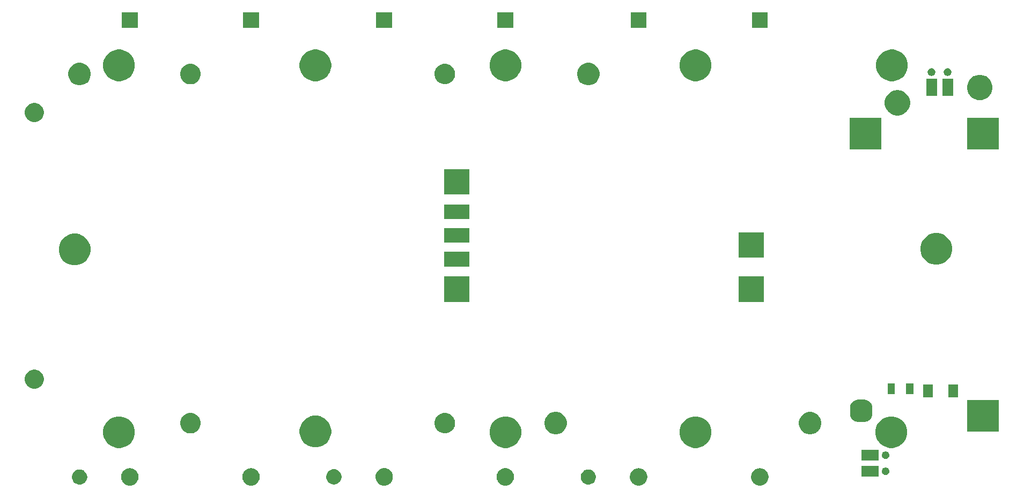
<source format=gbs>
G04 #@! TF.GenerationSoftware,KiCad,Pcbnew,(5.0.2)-1*
G04 #@! TF.CreationDate,2019-05-03T13:20:24-04:00*
G04 #@! TF.ProjectId,2p3s-pwr-pack,32703373-2d70-4777-922d-7061636b2e6b,V1*
G04 #@! TF.SameCoordinates,Original*
G04 #@! TF.FileFunction,Soldermask,Bot*
G04 #@! TF.FilePolarity,Negative*
%FSLAX46Y46*%
G04 Gerber Fmt 4.6, Leading zero omitted, Abs format (unit mm)*
G04 Created by KiCad (PCBNEW (5.0.2)-1) date 5/3/2019 1:20:24 PM*
%MOMM*%
%LPD*%
G01*
G04 APERTURE LIST*
%ADD10C,0.150000*%
G04 APERTURE END LIST*
D10*
G36*
X168063976Y-138327615D02*
X168241076Y-138362842D01*
X168491306Y-138466490D01*
X168716514Y-138616970D01*
X168908032Y-138808488D01*
X169058512Y-139033696D01*
X169162160Y-139283926D01*
X169179281Y-139370000D01*
X169211182Y-139530374D01*
X169215001Y-139549576D01*
X169215001Y-139820426D01*
X169162160Y-140086076D01*
X169058512Y-140336306D01*
X168908032Y-140561514D01*
X168716514Y-140753032D01*
X168491306Y-140903512D01*
X168241076Y-141007160D01*
X168071956Y-141040800D01*
X167975427Y-141060001D01*
X167704575Y-141060001D01*
X167608046Y-141040800D01*
X167438926Y-141007160D01*
X167188696Y-140903512D01*
X166963488Y-140753032D01*
X166771970Y-140561514D01*
X166621490Y-140336306D01*
X166517842Y-140086076D01*
X166465001Y-139820426D01*
X166465001Y-139549576D01*
X166468821Y-139530374D01*
X166500721Y-139370000D01*
X166517842Y-139283926D01*
X166621490Y-139033696D01*
X166771970Y-138808488D01*
X166963488Y-138616970D01*
X167188696Y-138466490D01*
X167438926Y-138362842D01*
X167616026Y-138327615D01*
X167704575Y-138310001D01*
X167975427Y-138310001D01*
X168063976Y-138327615D01*
X168063976Y-138327615D01*
G37*
G36*
X148933976Y-138327615D02*
X149111076Y-138362842D01*
X149361306Y-138466490D01*
X149586514Y-138616970D01*
X149778032Y-138808488D01*
X149928512Y-139033696D01*
X150032160Y-139283926D01*
X150049281Y-139370000D01*
X150081182Y-139530374D01*
X150085001Y-139549576D01*
X150085001Y-139820426D01*
X150032160Y-140086076D01*
X149928512Y-140336306D01*
X149778032Y-140561514D01*
X149586514Y-140753032D01*
X149361306Y-140903512D01*
X149111076Y-141007160D01*
X148941956Y-141040800D01*
X148845427Y-141060001D01*
X148574575Y-141060001D01*
X148478046Y-141040800D01*
X148308926Y-141007160D01*
X148058696Y-140903512D01*
X147833488Y-140753032D01*
X147641970Y-140561514D01*
X147491490Y-140336306D01*
X147387842Y-140086076D01*
X147335001Y-139820426D01*
X147335001Y-139549576D01*
X147338821Y-139530374D01*
X147370721Y-139370000D01*
X147387842Y-139283926D01*
X147491490Y-139033696D01*
X147641970Y-138808488D01*
X147833488Y-138616970D01*
X148058696Y-138466490D01*
X148308926Y-138362842D01*
X148486026Y-138327615D01*
X148574575Y-138310001D01*
X148845427Y-138310001D01*
X148933976Y-138327615D01*
X148933976Y-138327615D01*
G37*
G36*
X87763976Y-138327615D02*
X87941076Y-138362842D01*
X88191306Y-138466490D01*
X88416514Y-138616970D01*
X88608032Y-138808488D01*
X88758512Y-139033696D01*
X88862160Y-139283926D01*
X88879281Y-139370000D01*
X88911182Y-139530374D01*
X88915001Y-139549576D01*
X88915001Y-139820426D01*
X88862160Y-140086076D01*
X88758512Y-140336306D01*
X88608032Y-140561514D01*
X88416514Y-140753032D01*
X88191306Y-140903512D01*
X87941076Y-141007160D01*
X87771956Y-141040800D01*
X87675427Y-141060001D01*
X87404575Y-141060001D01*
X87308046Y-141040800D01*
X87138926Y-141007160D01*
X86888696Y-140903512D01*
X86663488Y-140753032D01*
X86471970Y-140561514D01*
X86321490Y-140336306D01*
X86217842Y-140086076D01*
X86165001Y-139820426D01*
X86165001Y-139549576D01*
X86168821Y-139530374D01*
X86200721Y-139370000D01*
X86217842Y-139283926D01*
X86321490Y-139033696D01*
X86471970Y-138808488D01*
X86663488Y-138616970D01*
X86888696Y-138466490D01*
X87138926Y-138362842D01*
X87316026Y-138327615D01*
X87404575Y-138310001D01*
X87675427Y-138310001D01*
X87763976Y-138327615D01*
X87763976Y-138327615D01*
G37*
G36*
X68633976Y-138327615D02*
X68811076Y-138362842D01*
X69061306Y-138466490D01*
X69286514Y-138616970D01*
X69478032Y-138808488D01*
X69628512Y-139033696D01*
X69732160Y-139283926D01*
X69749281Y-139370000D01*
X69781182Y-139530374D01*
X69785001Y-139549576D01*
X69785001Y-139820426D01*
X69732160Y-140086076D01*
X69628512Y-140336306D01*
X69478032Y-140561514D01*
X69286514Y-140753032D01*
X69061306Y-140903512D01*
X68811076Y-141007160D01*
X68641956Y-141040800D01*
X68545427Y-141060001D01*
X68274575Y-141060001D01*
X68178046Y-141040800D01*
X68008926Y-141007160D01*
X67758696Y-140903512D01*
X67533488Y-140753032D01*
X67341970Y-140561514D01*
X67191490Y-140336306D01*
X67087842Y-140086076D01*
X67035001Y-139820426D01*
X67035001Y-139549576D01*
X67038821Y-139530374D01*
X67070721Y-139370000D01*
X67087842Y-139283926D01*
X67191490Y-139033696D01*
X67341970Y-138808488D01*
X67533488Y-138616970D01*
X67758696Y-138466490D01*
X68008926Y-138362842D01*
X68186026Y-138327615D01*
X68274575Y-138310001D01*
X68545427Y-138310001D01*
X68633976Y-138327615D01*
X68633976Y-138327615D01*
G37*
G36*
X127883135Y-138303950D02*
X128082675Y-138343641D01*
X128332905Y-138447289D01*
X128558113Y-138597769D01*
X128749631Y-138789287D01*
X128900111Y-139014495D01*
X129003759Y-139264725D01*
X129013913Y-139315773D01*
X129056600Y-139530374D01*
X129056600Y-139801226D01*
X129038986Y-139889775D01*
X129003759Y-140066875D01*
X128900111Y-140317105D01*
X128749631Y-140542313D01*
X128558113Y-140733831D01*
X128332905Y-140884311D01*
X128082675Y-140987959D01*
X127905575Y-141023186D01*
X127817026Y-141040800D01*
X127546174Y-141040800D01*
X127457625Y-141023186D01*
X127280525Y-140987959D01*
X127030295Y-140884311D01*
X126805087Y-140733831D01*
X126613569Y-140542313D01*
X126463089Y-140317105D01*
X126359441Y-140066875D01*
X126324214Y-139889775D01*
X126306600Y-139801226D01*
X126306600Y-139530374D01*
X126349287Y-139315773D01*
X126359441Y-139264725D01*
X126463089Y-139014495D01*
X126613569Y-138789287D01*
X126805087Y-138597769D01*
X127030295Y-138447289D01*
X127280525Y-138343641D01*
X127480065Y-138303950D01*
X127546174Y-138290800D01*
X127817026Y-138290800D01*
X127883135Y-138303950D01*
X127883135Y-138303950D01*
G37*
G36*
X108753135Y-138303950D02*
X108952675Y-138343641D01*
X109202905Y-138447289D01*
X109428113Y-138597769D01*
X109619631Y-138789287D01*
X109770111Y-139014495D01*
X109873759Y-139264725D01*
X109883913Y-139315773D01*
X109926600Y-139530374D01*
X109926600Y-139801226D01*
X109908986Y-139889775D01*
X109873759Y-140066875D01*
X109770111Y-140317105D01*
X109619631Y-140542313D01*
X109428113Y-140733831D01*
X109202905Y-140884311D01*
X108952675Y-140987959D01*
X108775575Y-141023186D01*
X108687026Y-141040800D01*
X108416174Y-141040800D01*
X108327625Y-141023186D01*
X108150525Y-140987959D01*
X107900295Y-140884311D01*
X107675087Y-140733831D01*
X107483569Y-140542313D01*
X107333089Y-140317105D01*
X107229441Y-140066875D01*
X107194214Y-139889775D01*
X107176600Y-139801226D01*
X107176600Y-139530374D01*
X107219287Y-139315773D01*
X107229441Y-139264725D01*
X107333089Y-139014495D01*
X107483569Y-138789287D01*
X107675087Y-138597769D01*
X107900295Y-138447289D01*
X108150525Y-138343641D01*
X108350065Y-138303950D01*
X108416174Y-138290800D01*
X108687026Y-138290800D01*
X108753135Y-138303950D01*
X108753135Y-138303950D01*
G37*
G36*
X60670470Y-138500373D02*
X60825030Y-138531117D01*
X61043412Y-138621573D01*
X61174442Y-138709125D01*
X61211220Y-138733699D01*
X61239957Y-138752901D01*
X61407101Y-138920045D01*
X61538429Y-139116590D01*
X61628885Y-139334972D01*
X61659629Y-139489532D01*
X61671182Y-139547610D01*
X61675001Y-139566812D01*
X61675001Y-139803190D01*
X61628885Y-140035030D01*
X61538429Y-140253412D01*
X61483039Y-140336308D01*
X61419932Y-140430755D01*
X61407101Y-140449957D01*
X61239957Y-140617101D01*
X61043412Y-140748429D01*
X60825030Y-140838885D01*
X60670470Y-140869629D01*
X60593191Y-140885001D01*
X60356811Y-140885001D01*
X60279532Y-140869629D01*
X60124972Y-140838885D01*
X59906590Y-140748429D01*
X59710045Y-140617101D01*
X59542901Y-140449957D01*
X59530071Y-140430755D01*
X59466963Y-140336308D01*
X59411573Y-140253412D01*
X59321117Y-140035030D01*
X59275001Y-139803190D01*
X59275001Y-139566812D01*
X59278821Y-139547610D01*
X59290373Y-139489532D01*
X59321117Y-139334972D01*
X59411573Y-139116590D01*
X59542901Y-138920045D01*
X59710045Y-138752901D01*
X59738783Y-138733699D01*
X59775560Y-138709125D01*
X59906590Y-138621573D01*
X60124972Y-138531117D01*
X60279532Y-138500373D01*
X60356811Y-138485001D01*
X60593191Y-138485001D01*
X60670470Y-138500373D01*
X60670470Y-138500373D01*
G37*
G36*
X140970470Y-138500373D02*
X141125030Y-138531117D01*
X141343412Y-138621573D01*
X141474442Y-138709125D01*
X141511220Y-138733699D01*
X141539957Y-138752901D01*
X141707101Y-138920045D01*
X141838429Y-139116590D01*
X141928885Y-139334972D01*
X141959629Y-139489532D01*
X141971182Y-139547610D01*
X141975001Y-139566812D01*
X141975001Y-139803190D01*
X141928885Y-140035030D01*
X141838429Y-140253412D01*
X141783039Y-140336308D01*
X141719932Y-140430755D01*
X141707101Y-140449957D01*
X141539957Y-140617101D01*
X141343412Y-140748429D01*
X141125030Y-140838885D01*
X140970470Y-140869629D01*
X140893191Y-140885001D01*
X140656811Y-140885001D01*
X140579532Y-140869629D01*
X140424972Y-140838885D01*
X140206590Y-140748429D01*
X140010045Y-140617101D01*
X139842901Y-140449957D01*
X139830071Y-140430755D01*
X139766963Y-140336308D01*
X139711573Y-140253412D01*
X139621117Y-140035030D01*
X139575001Y-139803190D01*
X139575001Y-139566812D01*
X139578821Y-139547610D01*
X139590373Y-139489532D01*
X139621117Y-139334972D01*
X139711573Y-139116590D01*
X139842901Y-138920045D01*
X140010045Y-138752901D01*
X140038783Y-138733699D01*
X140075560Y-138709125D01*
X140206590Y-138621573D01*
X140424972Y-138531117D01*
X140579532Y-138500373D01*
X140656811Y-138485001D01*
X140893191Y-138485001D01*
X140970470Y-138500373D01*
X140970470Y-138500373D01*
G37*
G36*
X100812069Y-138481172D02*
X100966629Y-138511916D01*
X101185011Y-138602372D01*
X101316041Y-138689924D01*
X101381555Y-138733699D01*
X101548701Y-138900845D01*
X101578214Y-138945014D01*
X101680028Y-139097389D01*
X101770484Y-139315771D01*
X101776684Y-139346942D01*
X101816600Y-139547610D01*
X101816600Y-139783990D01*
X101809352Y-139820426D01*
X101770484Y-140015829D01*
X101680028Y-140234211D01*
X101592476Y-140365241D01*
X101548701Y-140430755D01*
X101381555Y-140597901D01*
X101316041Y-140641676D01*
X101185011Y-140729228D01*
X100966629Y-140819684D01*
X100870099Y-140838885D01*
X100734790Y-140865800D01*
X100498410Y-140865800D01*
X100363101Y-140838885D01*
X100266571Y-140819684D01*
X100048189Y-140729228D01*
X99917159Y-140641676D01*
X99851645Y-140597901D01*
X99684499Y-140430755D01*
X99640724Y-140365241D01*
X99553172Y-140234211D01*
X99462716Y-140015829D01*
X99423848Y-139820426D01*
X99416600Y-139783990D01*
X99416600Y-139547610D01*
X99456516Y-139346942D01*
X99462716Y-139315771D01*
X99553172Y-139097389D01*
X99654986Y-138945014D01*
X99684499Y-138900845D01*
X99851645Y-138733699D01*
X99917159Y-138689924D01*
X100048189Y-138602372D01*
X100266571Y-138511916D01*
X100421131Y-138481172D01*
X100498410Y-138465800D01*
X100734790Y-138465800D01*
X100812069Y-138481172D01*
X100812069Y-138481172D01*
G37*
G36*
X186600000Y-139620000D02*
X183900000Y-139620000D01*
X183900000Y-137920000D01*
X186600000Y-137920000D01*
X186600000Y-139620000D01*
X186600000Y-139620000D01*
G37*
G36*
X187875015Y-138193058D02*
X187984204Y-138238285D01*
X187984207Y-138238287D01*
X188082478Y-138303950D01*
X188166050Y-138387522D01*
X188218354Y-138465800D01*
X188231715Y-138485796D01*
X188276942Y-138594985D01*
X188300000Y-138710906D01*
X188300000Y-138829094D01*
X188276942Y-138945015D01*
X188231715Y-139054204D01*
X188231713Y-139054207D01*
X188202860Y-139097389D01*
X188166049Y-139152479D01*
X188082479Y-139236049D01*
X187984204Y-139301715D01*
X187875015Y-139346942D01*
X187759095Y-139370000D01*
X187640905Y-139370000D01*
X187524985Y-139346942D01*
X187415796Y-139301715D01*
X187317521Y-139236049D01*
X187233951Y-139152479D01*
X187197141Y-139097389D01*
X187168287Y-139054207D01*
X187168285Y-139054204D01*
X187123058Y-138945015D01*
X187100000Y-138829094D01*
X187100000Y-138710906D01*
X187123058Y-138594985D01*
X187168285Y-138485796D01*
X187181646Y-138465800D01*
X187233950Y-138387522D01*
X187317522Y-138303950D01*
X187415793Y-138238287D01*
X187415796Y-138238285D01*
X187524985Y-138193058D01*
X187640905Y-138170000D01*
X187759095Y-138170000D01*
X187875015Y-138193058D01*
X187875015Y-138193058D01*
G37*
G36*
X186600000Y-137080000D02*
X183900000Y-137080000D01*
X183900000Y-135380000D01*
X186600000Y-135380000D01*
X186600000Y-137080000D01*
X186600000Y-137080000D01*
G37*
G36*
X187875015Y-135653058D02*
X187984204Y-135698285D01*
X188082479Y-135763951D01*
X188166049Y-135847521D01*
X188231715Y-135945796D01*
X188276942Y-136054985D01*
X188300000Y-136170906D01*
X188300000Y-136289094D01*
X188276942Y-136405015D01*
X188231715Y-136514204D01*
X188166049Y-136612479D01*
X188082479Y-136696049D01*
X187984204Y-136761715D01*
X187875015Y-136806942D01*
X187817054Y-136818471D01*
X187759095Y-136830000D01*
X187640905Y-136830000D01*
X187582946Y-136818471D01*
X187524985Y-136806942D01*
X187415796Y-136761715D01*
X187317521Y-136696049D01*
X187233951Y-136612479D01*
X187168285Y-136514204D01*
X187123058Y-136405015D01*
X187100000Y-136289094D01*
X187100000Y-136170906D01*
X187123058Y-136054985D01*
X187168285Y-135945796D01*
X187233951Y-135847521D01*
X187317521Y-135763951D01*
X187415796Y-135698285D01*
X187524985Y-135653058D01*
X187640905Y-135630000D01*
X187759095Y-135630000D01*
X187875015Y-135653058D01*
X187875015Y-135653058D01*
G37*
G36*
X128429225Y-130196074D02*
X128884192Y-130384528D01*
X128884194Y-130384529D01*
X129021298Y-130476139D01*
X129293658Y-130658124D01*
X129641876Y-131006342D01*
X129915472Y-131415808D01*
X130103926Y-131870775D01*
X130200000Y-132353772D01*
X130200000Y-132846228D01*
X130103926Y-133329225D01*
X129915472Y-133784192D01*
X129641876Y-134193658D01*
X129293658Y-134541876D01*
X129033854Y-134715471D01*
X128884194Y-134815471D01*
X128884193Y-134815472D01*
X128884192Y-134815472D01*
X128429225Y-135003926D01*
X127946228Y-135100000D01*
X127453772Y-135100000D01*
X126970775Y-135003926D01*
X126515808Y-134815472D01*
X126515807Y-134815472D01*
X126515806Y-134815471D01*
X126366146Y-134715471D01*
X126106342Y-134541876D01*
X125758124Y-134193658D01*
X125484528Y-133784192D01*
X125296074Y-133329225D01*
X125200000Y-132846228D01*
X125200000Y-132353772D01*
X125296074Y-131870775D01*
X125484528Y-131415808D01*
X125758124Y-131006342D01*
X126106342Y-130658124D01*
X126378702Y-130476139D01*
X126515806Y-130384529D01*
X126515808Y-130384528D01*
X126970775Y-130196074D01*
X127453772Y-130100000D01*
X127946228Y-130100000D01*
X128429225Y-130196074D01*
X128429225Y-130196074D01*
G37*
G36*
X67429225Y-130196074D02*
X67884192Y-130384528D01*
X67884194Y-130384529D01*
X68021298Y-130476139D01*
X68293658Y-130658124D01*
X68641876Y-131006342D01*
X68915472Y-131415808D01*
X69103926Y-131870775D01*
X69200000Y-132353772D01*
X69200000Y-132846228D01*
X69103926Y-133329225D01*
X68915472Y-133784192D01*
X68641876Y-134193658D01*
X68293658Y-134541876D01*
X68033854Y-134715471D01*
X67884194Y-134815471D01*
X67884193Y-134815472D01*
X67884192Y-134815472D01*
X67429225Y-135003926D01*
X66946228Y-135100000D01*
X66453772Y-135100000D01*
X65970775Y-135003926D01*
X65515808Y-134815472D01*
X65515807Y-134815472D01*
X65515806Y-134815471D01*
X65366146Y-134715471D01*
X65106342Y-134541876D01*
X64758124Y-134193658D01*
X64484528Y-133784192D01*
X64296074Y-133329225D01*
X64200000Y-132846228D01*
X64200000Y-132353772D01*
X64296074Y-131870775D01*
X64484528Y-131415808D01*
X64758124Y-131006342D01*
X65106342Y-130658124D01*
X65378702Y-130476139D01*
X65515806Y-130384529D01*
X65515808Y-130384528D01*
X65970775Y-130196074D01*
X66453772Y-130100000D01*
X66946228Y-130100000D01*
X67429225Y-130196074D01*
X67429225Y-130196074D01*
G37*
G36*
X158429225Y-130196074D02*
X158884192Y-130384528D01*
X158884194Y-130384529D01*
X159021298Y-130476139D01*
X159293658Y-130658124D01*
X159641876Y-131006342D01*
X159915472Y-131415808D01*
X160103926Y-131870775D01*
X160200000Y-132353772D01*
X160200000Y-132846228D01*
X160103926Y-133329225D01*
X159915472Y-133784192D01*
X159641876Y-134193658D01*
X159293658Y-134541876D01*
X159033854Y-134715471D01*
X158884194Y-134815471D01*
X158884193Y-134815472D01*
X158884192Y-134815472D01*
X158429225Y-135003926D01*
X157946228Y-135100000D01*
X157453772Y-135100000D01*
X156970775Y-135003926D01*
X156515808Y-134815472D01*
X156515807Y-134815472D01*
X156515806Y-134815471D01*
X156366146Y-134715471D01*
X156106342Y-134541876D01*
X155758124Y-134193658D01*
X155484528Y-133784192D01*
X155296074Y-133329225D01*
X155200000Y-132846228D01*
X155200000Y-132353772D01*
X155296074Y-131870775D01*
X155484528Y-131415808D01*
X155758124Y-131006342D01*
X156106342Y-130658124D01*
X156378702Y-130476139D01*
X156515806Y-130384529D01*
X156515808Y-130384528D01*
X156970775Y-130196074D01*
X157453772Y-130100000D01*
X157946228Y-130100000D01*
X158429225Y-130196074D01*
X158429225Y-130196074D01*
G37*
G36*
X189329225Y-130196074D02*
X189784192Y-130384528D01*
X189784194Y-130384529D01*
X189921298Y-130476139D01*
X190193658Y-130658124D01*
X190541876Y-131006342D01*
X190815472Y-131415808D01*
X191003926Y-131870775D01*
X191100000Y-132353772D01*
X191100000Y-132846228D01*
X191003926Y-133329225D01*
X190815472Y-133784192D01*
X190541876Y-134193658D01*
X190193658Y-134541876D01*
X189933854Y-134715471D01*
X189784194Y-134815471D01*
X189784193Y-134815472D01*
X189784192Y-134815472D01*
X189329225Y-135003926D01*
X188846228Y-135100000D01*
X188353772Y-135100000D01*
X187870775Y-135003926D01*
X187415808Y-134815472D01*
X187415807Y-134815472D01*
X187415806Y-134815471D01*
X187266146Y-134715471D01*
X187006342Y-134541876D01*
X186658124Y-134193658D01*
X186384528Y-133784192D01*
X186196074Y-133329225D01*
X186100000Y-132846228D01*
X186100000Y-132353772D01*
X186196074Y-131870775D01*
X186384528Y-131415808D01*
X186658124Y-131006342D01*
X187006342Y-130658124D01*
X187278702Y-130476139D01*
X187415806Y-130384529D01*
X187415808Y-130384528D01*
X187870775Y-130196074D01*
X188353772Y-130100000D01*
X188846228Y-130100000D01*
X189329225Y-130196074D01*
X189329225Y-130196074D01*
G37*
G36*
X98429225Y-130096074D02*
X98884192Y-130284528D01*
X98884194Y-130284529D01*
X99021298Y-130376139D01*
X99293658Y-130558124D01*
X99641876Y-130906342D01*
X99823861Y-131178702D01*
X99915170Y-131315355D01*
X99915472Y-131315808D01*
X100103926Y-131770775D01*
X100200000Y-132253772D01*
X100200000Y-132746228D01*
X100103926Y-133229225D01*
X99915472Y-133684192D01*
X99641876Y-134093658D01*
X99293658Y-134441876D01*
X99143997Y-134541876D01*
X98884194Y-134715471D01*
X98884193Y-134715472D01*
X98884192Y-134715472D01*
X98429225Y-134903926D01*
X97946228Y-135000000D01*
X97453772Y-135000000D01*
X96970775Y-134903926D01*
X96515808Y-134715472D01*
X96515807Y-134715472D01*
X96515806Y-134715471D01*
X96256003Y-134541876D01*
X96106342Y-134441876D01*
X95758124Y-134093658D01*
X95484528Y-133684192D01*
X95296074Y-133229225D01*
X95200000Y-132746228D01*
X95200000Y-132253772D01*
X95296074Y-131770775D01*
X95484528Y-131315808D01*
X95484831Y-131315355D01*
X95576139Y-131178702D01*
X95758124Y-130906342D01*
X96106342Y-130558124D01*
X96378702Y-130376139D01*
X96515806Y-130284529D01*
X96515808Y-130284528D01*
X96970775Y-130096074D01*
X97453772Y-130000000D01*
X97946228Y-130000000D01*
X98429225Y-130096074D01*
X98429225Y-130096074D01*
G37*
G36*
X176292751Y-129468214D02*
X176615776Y-129602015D01*
X176615779Y-129602017D01*
X176906497Y-129796269D01*
X177153733Y-130043505D01*
X177267111Y-130213187D01*
X177347987Y-130334226D01*
X177481788Y-130657251D01*
X177550001Y-131000179D01*
X177550001Y-131349823D01*
X177481788Y-131692751D01*
X177347987Y-132015776D01*
X177347985Y-132015779D01*
X177153733Y-132306497D01*
X176906497Y-132553733D01*
X176821349Y-132610627D01*
X176615776Y-132747987D01*
X176292751Y-132881788D01*
X175949823Y-132950001D01*
X175600179Y-132950001D01*
X175257251Y-132881788D01*
X174934226Y-132747987D01*
X174728653Y-132610627D01*
X174643505Y-132553733D01*
X174396269Y-132306497D01*
X174202017Y-132015779D01*
X174202015Y-132015776D01*
X174068214Y-131692751D01*
X174000001Y-131349823D01*
X174000001Y-131000179D01*
X174068214Y-130657251D01*
X174202015Y-130334226D01*
X174282891Y-130213187D01*
X174396269Y-130043505D01*
X174643505Y-129796269D01*
X174934223Y-129602017D01*
X174934226Y-129602015D01*
X175257251Y-129468214D01*
X175600179Y-129400001D01*
X175949823Y-129400001D01*
X176292751Y-129468214D01*
X176292751Y-129468214D01*
G37*
G36*
X136134350Y-129449013D02*
X136457375Y-129582814D01*
X136457378Y-129582816D01*
X136748096Y-129777068D01*
X136995332Y-130024304D01*
X137169209Y-130284529D01*
X137189586Y-130315025D01*
X137323387Y-130638050D01*
X137391600Y-130980978D01*
X137391600Y-131330622D01*
X137323387Y-131673550D01*
X137189586Y-131996575D01*
X137189584Y-131996578D01*
X136995332Y-132287296D01*
X136748096Y-132534532D01*
X136634212Y-132610627D01*
X136457375Y-132728786D01*
X136134350Y-132862587D01*
X135791422Y-132930800D01*
X135441778Y-132930800D01*
X135098850Y-132862587D01*
X134775825Y-132728786D01*
X134598988Y-132610627D01*
X134485104Y-132534532D01*
X134237868Y-132287296D01*
X134043616Y-131996578D01*
X134043614Y-131996575D01*
X133909813Y-131673550D01*
X133841600Y-131330622D01*
X133841600Y-130980978D01*
X133909813Y-130638050D01*
X134043614Y-130315025D01*
X134063991Y-130284529D01*
X134237868Y-130024304D01*
X134485104Y-129777068D01*
X134775822Y-129582816D01*
X134775825Y-129582814D01*
X135098850Y-129449013D01*
X135441778Y-129380800D01*
X135791422Y-129380800D01*
X136134350Y-129449013D01*
X136134350Y-129449013D01*
G37*
G36*
X78238884Y-129575753D02*
X78447539Y-129617257D01*
X78675568Y-129711710D01*
X78742359Y-129739376D01*
X78941133Y-129872193D01*
X79007692Y-129916666D01*
X79233336Y-130142310D01*
X79233337Y-130142312D01*
X79410626Y-130407643D01*
X79410627Y-130407646D01*
X79532745Y-130702463D01*
X79567294Y-130876152D01*
X79591182Y-130996244D01*
X79595001Y-131015446D01*
X79595001Y-131334556D01*
X79532745Y-131647539D01*
X79440277Y-131870775D01*
X79410626Y-131942359D01*
X79361570Y-132015776D01*
X79233336Y-132207692D01*
X79007692Y-132433336D01*
X78941133Y-132477809D01*
X78742359Y-132610626D01*
X78675568Y-132638292D01*
X78447539Y-132732745D01*
X78238884Y-132774249D01*
X78134557Y-132795001D01*
X77815445Y-132795001D01*
X77711118Y-132774249D01*
X77502463Y-132732745D01*
X77274434Y-132638292D01*
X77207643Y-132610626D01*
X77008869Y-132477809D01*
X76942310Y-132433336D01*
X76716666Y-132207692D01*
X76588432Y-132015776D01*
X76539376Y-131942359D01*
X76509725Y-131870775D01*
X76417257Y-131647539D01*
X76355001Y-131334556D01*
X76355001Y-131015446D01*
X76358821Y-130996244D01*
X76382708Y-130876152D01*
X76417257Y-130702463D01*
X76539375Y-130407646D01*
X76539376Y-130407643D01*
X76716665Y-130142312D01*
X76716666Y-130142310D01*
X76942310Y-129916666D01*
X77008869Y-129872193D01*
X77207643Y-129739376D01*
X77274434Y-129711710D01*
X77502463Y-129617257D01*
X77711118Y-129575753D01*
X77815445Y-129555001D01*
X78134557Y-129555001D01*
X78238884Y-129575753D01*
X78238884Y-129575753D01*
G37*
G36*
X118372685Y-129555001D02*
X118589138Y-129598056D01*
X118817167Y-129692509D01*
X118883958Y-129720175D01*
X119082732Y-129852992D01*
X119149291Y-129897465D01*
X119374935Y-130123109D01*
X119387766Y-130142312D01*
X119552225Y-130388442D01*
X119579891Y-130455233D01*
X119674344Y-130683262D01*
X119690195Y-130762950D01*
X119736600Y-130996244D01*
X119736600Y-131315356D01*
X119729744Y-131349823D01*
X119674344Y-131628338D01*
X119615344Y-131770775D01*
X119552225Y-131923158D01*
X119503169Y-131996575D01*
X119374935Y-132188491D01*
X119149291Y-132414135D01*
X119120553Y-132433337D01*
X118883958Y-132591425D01*
X118837600Y-132610627D01*
X118589138Y-132713544D01*
X118380483Y-132755048D01*
X118276156Y-132775800D01*
X117957044Y-132775800D01*
X117852717Y-132755048D01*
X117644062Y-132713544D01*
X117395600Y-132610627D01*
X117349242Y-132591425D01*
X117112647Y-132433337D01*
X117083909Y-132414135D01*
X116858265Y-132188491D01*
X116730031Y-131996575D01*
X116680975Y-131923158D01*
X116617856Y-131770775D01*
X116558856Y-131628338D01*
X116503456Y-131349823D01*
X116496600Y-131315356D01*
X116496600Y-130996244D01*
X116543005Y-130762950D01*
X116558856Y-130683262D01*
X116653309Y-130455233D01*
X116680975Y-130388442D01*
X116845434Y-130142312D01*
X116858265Y-130123109D01*
X117083909Y-129897465D01*
X117150468Y-129852992D01*
X117349242Y-129720175D01*
X117416033Y-129692509D01*
X117644062Y-129598056D01*
X117860515Y-129555001D01*
X117957044Y-129535800D01*
X118276156Y-129535800D01*
X118372685Y-129555001D01*
X118372685Y-129555001D01*
G37*
G36*
X205600000Y-132500000D02*
X200600000Y-132500000D01*
X200600000Y-127500000D01*
X205600000Y-127500000D01*
X205600000Y-132500000D01*
X205600000Y-132500000D01*
G37*
G36*
X184625001Y-127492885D02*
X184851900Y-127561714D01*
X185061012Y-127673487D01*
X185244296Y-127823904D01*
X185394713Y-128007188D01*
X185506486Y-128216300D01*
X185575315Y-128443199D01*
X185598800Y-128681651D01*
X185598800Y-129757149D01*
X185575315Y-129995601D01*
X185506486Y-130222500D01*
X185394713Y-130431612D01*
X185244296Y-130614896D01*
X185061012Y-130765313D01*
X184851900Y-130877086D01*
X184625001Y-130945915D01*
X184386549Y-130969400D01*
X183311051Y-130969400D01*
X183072599Y-130945915D01*
X182845700Y-130877086D01*
X182636588Y-130765313D01*
X182453304Y-130614896D01*
X182302887Y-130431612D01*
X182191114Y-130222500D01*
X182122285Y-129995601D01*
X182098800Y-129757149D01*
X182098800Y-128681651D01*
X182122285Y-128443199D01*
X182191114Y-128216300D01*
X182302887Y-128007188D01*
X182453304Y-127823904D01*
X182636588Y-127673487D01*
X182845700Y-127561714D01*
X183072599Y-127492885D01*
X183311051Y-127469400D01*
X184386549Y-127469400D01*
X184625001Y-127492885D01*
X184625001Y-127492885D01*
G37*
G36*
X195142100Y-127098300D02*
X193618100Y-127098300D01*
X193618100Y-125098300D01*
X195142100Y-125098300D01*
X195142100Y-127098300D01*
X195142100Y-127098300D01*
G37*
G36*
X199142100Y-127098300D02*
X197618100Y-127098300D01*
X197618100Y-125098300D01*
X199142100Y-125098300D01*
X199142100Y-127098300D01*
X199142100Y-127098300D01*
G37*
G36*
X189170000Y-126580000D02*
X188020000Y-126580000D01*
X188020000Y-124880000D01*
X189170000Y-124880000D01*
X189170000Y-126580000D01*
X189170000Y-126580000D01*
G37*
G36*
X192070000Y-126580000D02*
X190920000Y-126580000D01*
X190920000Y-124880000D01*
X192070000Y-124880000D01*
X192070000Y-126580000D01*
X192070000Y-126580000D01*
G37*
G36*
X53777536Y-122763644D02*
X53988674Y-122851101D01*
X54050517Y-122876717D01*
X54234567Y-122999696D01*
X54296196Y-123040875D01*
X54505125Y-123249804D01*
X54505126Y-123249806D01*
X54669283Y-123495483D01*
X54669284Y-123495486D01*
X54782356Y-123768464D01*
X54840000Y-124058263D01*
X54840000Y-124353737D01*
X54782356Y-124643536D01*
X54694899Y-124854674D01*
X54669283Y-124916517D01*
X54547819Y-125098300D01*
X54505125Y-125162196D01*
X54296196Y-125371125D01*
X54234567Y-125412304D01*
X54050517Y-125535283D01*
X53988674Y-125560899D01*
X53777536Y-125648356D01*
X53487737Y-125706000D01*
X53192263Y-125706000D01*
X52902464Y-125648356D01*
X52691326Y-125560899D01*
X52629483Y-125535283D01*
X52445433Y-125412304D01*
X52383804Y-125371125D01*
X52174875Y-125162196D01*
X52132181Y-125098300D01*
X52010717Y-124916517D01*
X51985101Y-124854674D01*
X51897644Y-124643536D01*
X51840000Y-124353737D01*
X51840000Y-124058263D01*
X51897644Y-123768464D01*
X52010716Y-123495486D01*
X52010717Y-123495483D01*
X52174874Y-123249806D01*
X52174875Y-123249804D01*
X52383804Y-123040875D01*
X52445433Y-122999696D01*
X52629483Y-122876717D01*
X52691326Y-122851101D01*
X52902464Y-122763644D01*
X53192263Y-122706000D01*
X53487737Y-122706000D01*
X53777536Y-122763644D01*
X53777536Y-122763644D01*
G37*
G36*
X122000000Y-112000000D02*
X118000000Y-112000000D01*
X118000000Y-108000000D01*
X122000000Y-108000000D01*
X122000000Y-112000000D01*
X122000000Y-112000000D01*
G37*
G36*
X168500000Y-112000000D02*
X164500000Y-112000000D01*
X164500000Y-108000000D01*
X168500000Y-108000000D01*
X168500000Y-112000000D01*
X168500000Y-112000000D01*
G37*
G36*
X122000000Y-106400000D02*
X118000000Y-106400000D01*
X118000000Y-104100000D01*
X122000000Y-104100000D01*
X122000000Y-106400000D01*
X122000000Y-106400000D01*
G37*
G36*
X60429225Y-101296074D02*
X60884192Y-101484528D01*
X60884194Y-101484529D01*
X61021298Y-101576139D01*
X61293658Y-101758124D01*
X61641876Y-102106342D01*
X61915472Y-102515808D01*
X62103926Y-102970775D01*
X62200000Y-103453772D01*
X62200000Y-103946228D01*
X62103926Y-104429225D01*
X61915472Y-104884192D01*
X61641876Y-105293658D01*
X61293658Y-105641876D01*
X61033854Y-105815471D01*
X60884194Y-105915471D01*
X60884193Y-105915472D01*
X60884192Y-105915472D01*
X60429225Y-106103926D01*
X59946228Y-106200000D01*
X59453772Y-106200000D01*
X58970775Y-106103926D01*
X58515808Y-105915472D01*
X58515807Y-105915472D01*
X58515806Y-105915471D01*
X58366146Y-105815471D01*
X58106342Y-105641876D01*
X57758124Y-105293658D01*
X57484528Y-104884192D01*
X57296074Y-104429225D01*
X57200000Y-103946228D01*
X57200000Y-103453772D01*
X57296074Y-102970775D01*
X57484528Y-102515808D01*
X57758124Y-102106342D01*
X58106342Y-101758124D01*
X58378702Y-101576139D01*
X58515806Y-101484529D01*
X58515808Y-101484528D01*
X58970775Y-101296074D01*
X59453772Y-101200000D01*
X59946228Y-101200000D01*
X60429225Y-101296074D01*
X60429225Y-101296074D01*
G37*
G36*
X196429225Y-101196074D02*
X196884192Y-101384528D01*
X196884194Y-101384529D01*
X197021298Y-101476139D01*
X197293658Y-101658124D01*
X197641876Y-102006342D01*
X197915472Y-102415808D01*
X198103926Y-102870775D01*
X198200000Y-103353772D01*
X198200000Y-103846228D01*
X198103926Y-104329225D01*
X197915472Y-104784192D01*
X197641876Y-105193658D01*
X197293658Y-105541876D01*
X197143997Y-105641876D01*
X196884194Y-105815471D01*
X196884193Y-105815472D01*
X196884192Y-105815472D01*
X196429225Y-106003926D01*
X195946228Y-106100000D01*
X195453772Y-106100000D01*
X194970775Y-106003926D01*
X194515808Y-105815472D01*
X194515807Y-105815472D01*
X194515806Y-105815471D01*
X194256003Y-105641876D01*
X194106342Y-105541876D01*
X193758124Y-105193658D01*
X193484528Y-104784192D01*
X193296074Y-104329225D01*
X193200000Y-103846228D01*
X193200000Y-103353772D01*
X193296074Y-102870775D01*
X193484528Y-102415808D01*
X193758124Y-102006342D01*
X194106342Y-101658124D01*
X194378702Y-101476139D01*
X194515806Y-101384529D01*
X194515808Y-101384528D01*
X194970775Y-101196074D01*
X195453772Y-101100000D01*
X195946228Y-101100000D01*
X196429225Y-101196074D01*
X196429225Y-101196074D01*
G37*
G36*
X168500000Y-105000000D02*
X164500000Y-105000000D01*
X164500000Y-101000000D01*
X168500000Y-101000000D01*
X168500000Y-105000000D01*
X168500000Y-105000000D01*
G37*
G36*
X122000000Y-102650000D02*
X118000000Y-102650000D01*
X118000000Y-100350000D01*
X122000000Y-100350000D01*
X122000000Y-102650000D01*
X122000000Y-102650000D01*
G37*
G36*
X122000000Y-98900000D02*
X118000000Y-98900000D01*
X118000000Y-96600000D01*
X122000000Y-96600000D01*
X122000000Y-98900000D01*
X122000000Y-98900000D01*
G37*
G36*
X122000000Y-95000000D02*
X118000000Y-95000000D01*
X118000000Y-91000000D01*
X122000000Y-91000000D01*
X122000000Y-95000000D01*
X122000000Y-95000000D01*
G37*
G36*
X187000000Y-87900000D02*
X182000000Y-87900000D01*
X182000000Y-82900000D01*
X187000000Y-82900000D01*
X187000000Y-87900000D01*
X187000000Y-87900000D01*
G37*
G36*
X205600000Y-87900000D02*
X200600000Y-87900000D01*
X200600000Y-82900000D01*
X205600000Y-82900000D01*
X205600000Y-87900000D01*
X205600000Y-87900000D01*
G37*
G36*
X53777536Y-80599644D02*
X53988674Y-80687101D01*
X54050517Y-80712717D01*
X54234567Y-80835696D01*
X54296196Y-80876875D01*
X54505125Y-81085804D01*
X54546304Y-81147433D01*
X54669283Y-81331483D01*
X54669284Y-81331486D01*
X54782356Y-81604464D01*
X54840000Y-81894263D01*
X54840000Y-82189737D01*
X54782356Y-82479536D01*
X54694899Y-82690674D01*
X54669283Y-82752517D01*
X54570737Y-82900000D01*
X54505125Y-82998196D01*
X54296196Y-83207125D01*
X54234567Y-83248304D01*
X54050517Y-83371283D01*
X53988674Y-83396899D01*
X53777536Y-83484356D01*
X53487737Y-83542000D01*
X53192263Y-83542000D01*
X52902464Y-83484356D01*
X52691326Y-83396899D01*
X52629483Y-83371283D01*
X52445433Y-83248304D01*
X52383804Y-83207125D01*
X52174875Y-82998196D01*
X52109263Y-82900000D01*
X52010717Y-82752517D01*
X51985101Y-82690674D01*
X51897644Y-82479536D01*
X51840000Y-82189737D01*
X51840000Y-81894263D01*
X51897644Y-81604464D01*
X52010716Y-81331486D01*
X52010717Y-81331483D01*
X52133696Y-81147433D01*
X52174875Y-81085804D01*
X52383804Y-80876875D01*
X52445433Y-80835696D01*
X52629483Y-80712717D01*
X52691326Y-80687101D01*
X52902464Y-80599644D01*
X53192263Y-80542000D01*
X53487737Y-80542000D01*
X53777536Y-80599644D01*
X53777536Y-80599644D01*
G37*
G36*
X189885981Y-78543620D02*
X190143580Y-78594859D01*
X190507553Y-78745622D01*
X190507555Y-78745623D01*
X190835126Y-78964499D01*
X191113701Y-79243074D01*
X191205143Y-79379926D01*
X191332578Y-79570647D01*
X191483341Y-79934620D01*
X191560200Y-80321018D01*
X191560200Y-80714982D01*
X191483341Y-81101380D01*
X191332578Y-81465353D01*
X191332577Y-81465355D01*
X191113701Y-81792926D01*
X190835126Y-82071501D01*
X190507555Y-82290377D01*
X190507554Y-82290378D01*
X190507553Y-82290378D01*
X190143580Y-82441141D01*
X189950564Y-82479534D01*
X189757183Y-82518000D01*
X189363217Y-82518000D01*
X189169836Y-82479534D01*
X188976820Y-82441141D01*
X188612847Y-82290378D01*
X188612846Y-82290378D01*
X188612845Y-82290377D01*
X188285274Y-82071501D01*
X188006699Y-81792926D01*
X187787823Y-81465355D01*
X187787822Y-81465353D01*
X187637059Y-81101380D01*
X187560200Y-80714982D01*
X187560200Y-80321018D01*
X187637059Y-79934620D01*
X187787822Y-79570647D01*
X187915258Y-79379926D01*
X188006699Y-79243074D01*
X188285274Y-78964499D01*
X188612845Y-78745623D01*
X188612847Y-78745622D01*
X188976820Y-78594859D01*
X189234419Y-78543620D01*
X189363217Y-78518000D01*
X189757183Y-78518000D01*
X189885981Y-78543620D01*
X189885981Y-78543620D01*
G37*
G36*
X202890781Y-76130620D02*
X203148380Y-76181859D01*
X203512353Y-76332622D01*
X203512355Y-76332623D01*
X203839926Y-76551499D01*
X204118501Y-76830074D01*
X204303202Y-77106498D01*
X204337378Y-77157647D01*
X204488141Y-77521620D01*
X204565000Y-77908018D01*
X204565000Y-78301982D01*
X204488141Y-78688380D01*
X204373768Y-78964499D01*
X204337377Y-79052355D01*
X204118501Y-79379926D01*
X203839926Y-79658501D01*
X203512355Y-79877377D01*
X203512354Y-79877378D01*
X203512353Y-79877378D01*
X203148380Y-80028141D01*
X202890781Y-80079380D01*
X202761983Y-80105000D01*
X202368017Y-80105000D01*
X202239219Y-80079380D01*
X201981620Y-80028141D01*
X201617647Y-79877378D01*
X201617646Y-79877378D01*
X201617645Y-79877377D01*
X201290074Y-79658501D01*
X201011499Y-79379926D01*
X200792623Y-79052355D01*
X200756232Y-78964499D01*
X200641859Y-78688380D01*
X200565000Y-78301982D01*
X200565000Y-77908018D01*
X200641859Y-77521620D01*
X200792622Y-77157647D01*
X200826799Y-77106498D01*
X201011499Y-76830074D01*
X201290074Y-76551499D01*
X201617645Y-76332623D01*
X201617647Y-76332622D01*
X201981620Y-76181859D01*
X202239219Y-76130620D01*
X202368017Y-76105000D01*
X202761983Y-76105000D01*
X202890781Y-76130620D01*
X202890781Y-76130620D01*
G37*
G36*
X195795000Y-79455000D02*
X194095000Y-79455000D01*
X194095000Y-76755000D01*
X195795000Y-76755000D01*
X195795000Y-79455000D01*
X195795000Y-79455000D01*
G37*
G36*
X198335000Y-79455000D02*
X196635000Y-79455000D01*
X196635000Y-76755000D01*
X198335000Y-76755000D01*
X198335000Y-79455000D01*
X198335000Y-79455000D01*
G37*
G36*
X60992751Y-74268214D02*
X61315776Y-74402015D01*
X61315779Y-74402017D01*
X61606497Y-74596269D01*
X61853733Y-74843505D01*
X61919754Y-74942312D01*
X62047987Y-75134226D01*
X62181788Y-75457251D01*
X62250001Y-75800179D01*
X62250001Y-76149823D01*
X62181788Y-76492751D01*
X62047987Y-76815776D01*
X62047985Y-76815779D01*
X61853733Y-77106497D01*
X61606497Y-77353733D01*
X61521349Y-77410627D01*
X61315776Y-77547987D01*
X60992751Y-77681788D01*
X60649823Y-77750001D01*
X60300179Y-77750001D01*
X59957251Y-77681788D01*
X59634226Y-77547987D01*
X59428653Y-77410627D01*
X59343505Y-77353733D01*
X59096269Y-77106497D01*
X58902017Y-76815779D01*
X58902015Y-76815776D01*
X58768214Y-76492751D01*
X58700001Y-76149823D01*
X58700001Y-75800179D01*
X58768214Y-75457251D01*
X58902015Y-75134226D01*
X59030248Y-74942312D01*
X59096269Y-74843505D01*
X59343505Y-74596269D01*
X59634223Y-74402017D01*
X59634226Y-74402015D01*
X59957251Y-74268214D01*
X60300179Y-74200001D01*
X60649823Y-74200001D01*
X60992751Y-74268214D01*
X60992751Y-74268214D01*
G37*
G36*
X141292751Y-74268214D02*
X141615776Y-74402015D01*
X141615779Y-74402017D01*
X141906497Y-74596269D01*
X142153733Y-74843505D01*
X142219754Y-74942312D01*
X142347987Y-75134226D01*
X142481788Y-75457251D01*
X142550001Y-75800179D01*
X142550001Y-76149823D01*
X142481788Y-76492751D01*
X142347987Y-76815776D01*
X142347985Y-76815779D01*
X142153733Y-77106497D01*
X141906497Y-77353733D01*
X141821349Y-77410627D01*
X141615776Y-77547987D01*
X141292751Y-77681788D01*
X140949823Y-77750001D01*
X140600179Y-77750001D01*
X140257251Y-77681788D01*
X139934226Y-77547987D01*
X139728653Y-77410627D01*
X139643505Y-77353733D01*
X139396269Y-77106497D01*
X139202017Y-76815779D01*
X139202015Y-76815776D01*
X139068214Y-76492751D01*
X139000001Y-76149823D01*
X139000001Y-75800179D01*
X139068214Y-75457251D01*
X139202015Y-75134226D01*
X139330248Y-74942312D01*
X139396269Y-74843505D01*
X139643505Y-74596269D01*
X139934223Y-74402017D01*
X139934226Y-74402015D01*
X140257251Y-74268214D01*
X140600179Y-74200001D01*
X140949823Y-74200001D01*
X141292751Y-74268214D01*
X141292751Y-74268214D01*
G37*
G36*
X78238884Y-74375753D02*
X78447539Y-74417257D01*
X78675568Y-74511710D01*
X78742359Y-74539376D01*
X78941133Y-74672193D01*
X79007692Y-74716666D01*
X79233336Y-74942310D01*
X79233337Y-74942312D01*
X79410626Y-75207643D01*
X79410627Y-75207646D01*
X79532745Y-75502463D01*
X79551332Y-75595906D01*
X79591182Y-75796244D01*
X79595001Y-75815446D01*
X79595001Y-76134556D01*
X79532745Y-76447539D01*
X79438292Y-76675568D01*
X79410626Y-76742359D01*
X79277809Y-76941133D01*
X79233336Y-77007692D01*
X79007692Y-77233336D01*
X78941133Y-77277809D01*
X78742359Y-77410626D01*
X78675568Y-77438292D01*
X78447539Y-77532745D01*
X78238884Y-77574249D01*
X78134557Y-77595001D01*
X77815445Y-77595001D01*
X77711118Y-77574249D01*
X77502463Y-77532745D01*
X77274434Y-77438292D01*
X77207643Y-77410626D01*
X77008869Y-77277809D01*
X76942310Y-77233336D01*
X76716666Y-77007692D01*
X76672193Y-76941133D01*
X76539376Y-76742359D01*
X76511710Y-76675568D01*
X76417257Y-76447539D01*
X76355001Y-76134556D01*
X76355001Y-75815446D01*
X76358821Y-75796244D01*
X76398670Y-75595906D01*
X76417257Y-75502463D01*
X76539375Y-75207646D01*
X76539376Y-75207643D01*
X76716665Y-74942312D01*
X76716666Y-74942310D01*
X76942310Y-74716666D01*
X77008869Y-74672193D01*
X77207643Y-74539376D01*
X77274434Y-74511710D01*
X77502463Y-74417257D01*
X77711118Y-74375753D01*
X77815445Y-74355001D01*
X78134557Y-74355001D01*
X78238884Y-74375753D01*
X78238884Y-74375753D01*
G37*
G36*
X118366507Y-74353772D02*
X118589138Y-74398056D01*
X118817167Y-74492509D01*
X118883958Y-74520175D01*
X119082732Y-74652992D01*
X119149291Y-74697465D01*
X119374935Y-74923109D01*
X119387766Y-74942312D01*
X119552225Y-75188442D01*
X119579891Y-75255233D01*
X119674344Y-75483262D01*
X119696750Y-75595905D01*
X119736600Y-75796244D01*
X119736600Y-76115356D01*
X119729744Y-76149823D01*
X119674344Y-76428338D01*
X119623328Y-76551500D01*
X119552225Y-76723158D01*
X119419408Y-76921932D01*
X119374935Y-76988491D01*
X119149291Y-77214135D01*
X119120553Y-77233337D01*
X118883958Y-77391425D01*
X118837600Y-77410627D01*
X118589138Y-77513544D01*
X118380483Y-77555048D01*
X118276156Y-77575800D01*
X117957044Y-77575800D01*
X117852717Y-77555048D01*
X117644062Y-77513544D01*
X117395600Y-77410627D01*
X117349242Y-77391425D01*
X117112647Y-77233337D01*
X117083909Y-77214135D01*
X116858265Y-76988491D01*
X116813792Y-76921932D01*
X116680975Y-76723158D01*
X116609872Y-76551500D01*
X116558856Y-76428338D01*
X116503456Y-76149823D01*
X116496600Y-76115356D01*
X116496600Y-75796244D01*
X116536450Y-75595905D01*
X116558856Y-75483262D01*
X116653309Y-75255233D01*
X116680975Y-75188442D01*
X116845434Y-74942312D01*
X116858265Y-74923109D01*
X117083909Y-74697465D01*
X117150468Y-74652992D01*
X117349242Y-74520175D01*
X117416033Y-74492509D01*
X117644062Y-74398056D01*
X117866693Y-74353772D01*
X117957044Y-74335800D01*
X118276156Y-74335800D01*
X118366507Y-74353772D01*
X118366507Y-74353772D01*
G37*
G36*
X189429225Y-72196074D02*
X189884192Y-72384528D01*
X189884194Y-72384529D01*
X190021298Y-72476139D01*
X190293658Y-72658124D01*
X190641876Y-73006342D01*
X190915472Y-73415808D01*
X191103926Y-73870775D01*
X191200000Y-74353772D01*
X191200000Y-74846228D01*
X191103926Y-75329225D01*
X190944507Y-75714095D01*
X190915471Y-75784194D01*
X190894589Y-75815446D01*
X190641876Y-76193658D01*
X190293658Y-76541876D01*
X190022354Y-76723155D01*
X189884194Y-76815471D01*
X189884193Y-76815472D01*
X189884192Y-76815472D01*
X189429225Y-77003926D01*
X188946228Y-77100000D01*
X188453772Y-77100000D01*
X187970775Y-77003926D01*
X187515808Y-76815472D01*
X187515807Y-76815472D01*
X187515806Y-76815471D01*
X187377646Y-76723155D01*
X187106342Y-76541876D01*
X186758124Y-76193658D01*
X186505411Y-75815446D01*
X186484529Y-75784194D01*
X186455493Y-75714095D01*
X186296074Y-75329225D01*
X186200000Y-74846228D01*
X186200000Y-74353772D01*
X186296074Y-73870775D01*
X186484528Y-73415808D01*
X186758124Y-73006342D01*
X187106342Y-72658124D01*
X187378702Y-72476139D01*
X187515806Y-72384529D01*
X187515808Y-72384528D01*
X187970775Y-72196074D01*
X188453772Y-72100000D01*
X188946228Y-72100000D01*
X189429225Y-72196074D01*
X189429225Y-72196074D01*
G37*
G36*
X158429225Y-72196074D02*
X158884192Y-72384528D01*
X158884194Y-72384529D01*
X159021298Y-72476139D01*
X159293658Y-72658124D01*
X159641876Y-73006342D01*
X159915472Y-73415808D01*
X160103926Y-73870775D01*
X160200000Y-74353772D01*
X160200000Y-74846228D01*
X160103926Y-75329225D01*
X159944507Y-75714095D01*
X159915471Y-75784194D01*
X159894589Y-75815446D01*
X159641876Y-76193658D01*
X159293658Y-76541876D01*
X159022354Y-76723155D01*
X158884194Y-76815471D01*
X158884193Y-76815472D01*
X158884192Y-76815472D01*
X158429225Y-77003926D01*
X157946228Y-77100000D01*
X157453772Y-77100000D01*
X156970775Y-77003926D01*
X156515808Y-76815472D01*
X156515807Y-76815472D01*
X156515806Y-76815471D01*
X156377646Y-76723155D01*
X156106342Y-76541876D01*
X155758124Y-76193658D01*
X155505411Y-75815446D01*
X155484529Y-75784194D01*
X155455493Y-75714095D01*
X155296074Y-75329225D01*
X155200000Y-74846228D01*
X155200000Y-74353772D01*
X155296074Y-73870775D01*
X155484528Y-73415808D01*
X155758124Y-73006342D01*
X156106342Y-72658124D01*
X156378702Y-72476139D01*
X156515806Y-72384529D01*
X156515808Y-72384528D01*
X156970775Y-72196074D01*
X157453772Y-72100000D01*
X157946228Y-72100000D01*
X158429225Y-72196074D01*
X158429225Y-72196074D01*
G37*
G36*
X67429225Y-72196074D02*
X67884192Y-72384528D01*
X67884194Y-72384529D01*
X68021298Y-72476139D01*
X68293658Y-72658124D01*
X68641876Y-73006342D01*
X68915472Y-73415808D01*
X69103926Y-73870775D01*
X69200000Y-74353772D01*
X69200000Y-74846228D01*
X69103926Y-75329225D01*
X68944507Y-75714095D01*
X68915471Y-75784194D01*
X68894589Y-75815446D01*
X68641876Y-76193658D01*
X68293658Y-76541876D01*
X68022354Y-76723155D01*
X67884194Y-76815471D01*
X67884193Y-76815472D01*
X67884192Y-76815472D01*
X67429225Y-77003926D01*
X66946228Y-77100000D01*
X66453772Y-77100000D01*
X65970775Y-77003926D01*
X65515808Y-76815472D01*
X65515807Y-76815472D01*
X65515806Y-76815471D01*
X65377646Y-76723155D01*
X65106342Y-76541876D01*
X64758124Y-76193658D01*
X64505411Y-75815446D01*
X64484529Y-75784194D01*
X64455493Y-75714095D01*
X64296074Y-75329225D01*
X64200000Y-74846228D01*
X64200000Y-74353772D01*
X64296074Y-73870775D01*
X64484528Y-73415808D01*
X64758124Y-73006342D01*
X65106342Y-72658124D01*
X65378702Y-72476139D01*
X65515806Y-72384529D01*
X65515808Y-72384528D01*
X65970775Y-72196074D01*
X66453772Y-72100000D01*
X66946228Y-72100000D01*
X67429225Y-72196074D01*
X67429225Y-72196074D01*
G37*
G36*
X128429225Y-72196074D02*
X128884192Y-72384528D01*
X128884194Y-72384529D01*
X129021298Y-72476139D01*
X129293658Y-72658124D01*
X129641876Y-73006342D01*
X129915472Y-73415808D01*
X130103926Y-73870775D01*
X130200000Y-74353772D01*
X130200000Y-74846228D01*
X130103926Y-75329225D01*
X129944507Y-75714095D01*
X129915471Y-75784194D01*
X129894589Y-75815446D01*
X129641876Y-76193658D01*
X129293658Y-76541876D01*
X129022354Y-76723155D01*
X128884194Y-76815471D01*
X128884193Y-76815472D01*
X128884192Y-76815472D01*
X128429225Y-77003926D01*
X127946228Y-77100000D01*
X127453772Y-77100000D01*
X126970775Y-77003926D01*
X126515808Y-76815472D01*
X126515807Y-76815472D01*
X126515806Y-76815471D01*
X126377646Y-76723155D01*
X126106342Y-76541876D01*
X125758124Y-76193658D01*
X125505411Y-75815446D01*
X125484529Y-75784194D01*
X125455493Y-75714095D01*
X125296074Y-75329225D01*
X125200000Y-74846228D01*
X125200000Y-74353772D01*
X125296074Y-73870775D01*
X125484528Y-73415808D01*
X125758124Y-73006342D01*
X126106342Y-72658124D01*
X126378702Y-72476139D01*
X126515806Y-72384529D01*
X126515808Y-72384528D01*
X126970775Y-72196074D01*
X127453772Y-72100000D01*
X127946228Y-72100000D01*
X128429225Y-72196074D01*
X128429225Y-72196074D01*
G37*
G36*
X98429225Y-72196074D02*
X98884192Y-72384528D01*
X98884194Y-72384529D01*
X99021298Y-72476139D01*
X99293658Y-72658124D01*
X99641876Y-73006342D01*
X99915472Y-73415808D01*
X100103926Y-73870775D01*
X100200000Y-74353772D01*
X100200000Y-74846228D01*
X100103926Y-75329225D01*
X99944507Y-75714095D01*
X99915471Y-75784194D01*
X99894589Y-75815446D01*
X99641876Y-76193658D01*
X99293658Y-76541876D01*
X99022354Y-76723155D01*
X98884194Y-76815471D01*
X98884193Y-76815472D01*
X98884192Y-76815472D01*
X98429225Y-77003926D01*
X97946228Y-77100000D01*
X97453772Y-77100000D01*
X96970775Y-77003926D01*
X96515808Y-76815472D01*
X96515807Y-76815472D01*
X96515806Y-76815471D01*
X96377646Y-76723155D01*
X96106342Y-76541876D01*
X95758124Y-76193658D01*
X95505411Y-75815446D01*
X95484529Y-75784194D01*
X95455493Y-75714095D01*
X95296074Y-75329225D01*
X95200000Y-74846228D01*
X95200000Y-74353772D01*
X95296074Y-73870775D01*
X95484528Y-73415808D01*
X95758124Y-73006342D01*
X96106342Y-72658124D01*
X96378702Y-72476139D01*
X96515806Y-72384529D01*
X96515808Y-72384528D01*
X96970775Y-72196074D01*
X97453772Y-72100000D01*
X97946228Y-72100000D01*
X98429225Y-72196074D01*
X98429225Y-72196074D01*
G37*
G36*
X195120015Y-75078058D02*
X195229204Y-75123285D01*
X195229207Y-75123287D01*
X195327478Y-75188950D01*
X195411050Y-75272522D01*
X195448938Y-75329225D01*
X195476715Y-75370796D01*
X195521942Y-75479985D01*
X195545000Y-75595906D01*
X195545000Y-75714094D01*
X195521942Y-75830015D01*
X195476715Y-75939204D01*
X195411049Y-76037479D01*
X195327479Y-76121049D01*
X195229204Y-76186715D01*
X195120015Y-76231942D01*
X195062054Y-76243471D01*
X195004095Y-76255000D01*
X194885905Y-76255000D01*
X194827946Y-76243471D01*
X194769985Y-76231942D01*
X194660796Y-76186715D01*
X194562521Y-76121049D01*
X194478951Y-76037479D01*
X194413285Y-75939204D01*
X194368058Y-75830015D01*
X194345000Y-75714094D01*
X194345000Y-75595906D01*
X194368058Y-75479985D01*
X194413285Y-75370796D01*
X194441062Y-75329225D01*
X194478950Y-75272522D01*
X194562522Y-75188950D01*
X194660793Y-75123287D01*
X194660796Y-75123285D01*
X194769985Y-75078058D01*
X194827946Y-75066529D01*
X194885905Y-75055000D01*
X195004095Y-75055000D01*
X195120015Y-75078058D01*
X195120015Y-75078058D01*
G37*
G36*
X197660015Y-75078058D02*
X197769204Y-75123285D01*
X197769207Y-75123287D01*
X197867478Y-75188950D01*
X197951050Y-75272522D01*
X197988938Y-75329225D01*
X198016715Y-75370796D01*
X198061942Y-75479985D01*
X198085000Y-75595906D01*
X198085000Y-75714094D01*
X198061942Y-75830015D01*
X198016715Y-75939204D01*
X197951049Y-76037479D01*
X197867479Y-76121049D01*
X197769204Y-76186715D01*
X197660015Y-76231942D01*
X197602054Y-76243471D01*
X197544095Y-76255000D01*
X197425905Y-76255000D01*
X197367946Y-76243471D01*
X197309985Y-76231942D01*
X197200796Y-76186715D01*
X197102521Y-76121049D01*
X197018951Y-76037479D01*
X196953285Y-75939204D01*
X196908058Y-75830015D01*
X196885000Y-75714094D01*
X196885000Y-75595906D01*
X196908058Y-75479985D01*
X196953285Y-75370796D01*
X196981062Y-75329225D01*
X197018950Y-75272522D01*
X197102522Y-75188950D01*
X197200793Y-75123287D01*
X197200796Y-75123285D01*
X197309985Y-75078058D01*
X197367946Y-75066529D01*
X197425905Y-75055000D01*
X197544095Y-75055000D01*
X197660015Y-75078058D01*
X197660015Y-75078058D01*
G37*
G36*
X69660001Y-68715001D02*
X67160001Y-68715001D01*
X67160001Y-66215001D01*
X69660001Y-66215001D01*
X69660001Y-68715001D01*
X69660001Y-68715001D01*
G37*
G36*
X169090001Y-68715001D02*
X166590001Y-68715001D01*
X166590001Y-66215001D01*
X169090001Y-66215001D01*
X169090001Y-68715001D01*
X169090001Y-68715001D01*
G37*
G36*
X149960001Y-68715001D02*
X147460001Y-68715001D01*
X147460001Y-66215001D01*
X149960001Y-66215001D01*
X149960001Y-68715001D01*
X149960001Y-68715001D01*
G37*
G36*
X88790001Y-68715001D02*
X86290001Y-68715001D01*
X86290001Y-66215001D01*
X88790001Y-66215001D01*
X88790001Y-68715001D01*
X88790001Y-68715001D01*
G37*
G36*
X109801600Y-68695800D02*
X107301600Y-68695800D01*
X107301600Y-66195800D01*
X109801600Y-66195800D01*
X109801600Y-68695800D01*
X109801600Y-68695800D01*
G37*
G36*
X128931600Y-68695800D02*
X126431600Y-68695800D01*
X126431600Y-66195800D01*
X128931600Y-66195800D01*
X128931600Y-68695800D01*
X128931600Y-68695800D01*
G37*
M02*

</source>
